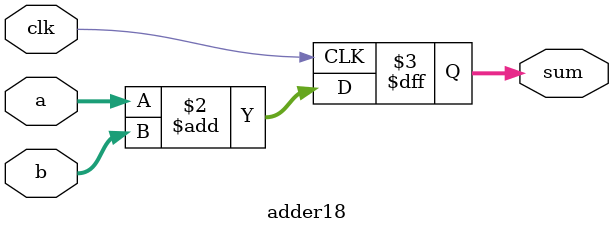
<source format=v>
module adder18(a, b, clk, sum);
    input [17:0] a, b;
    input clk;
    output reg [17:0] sum;

    always @(posedge clk) begin
        sum <= a + b;
    end
endmodule
</source>
